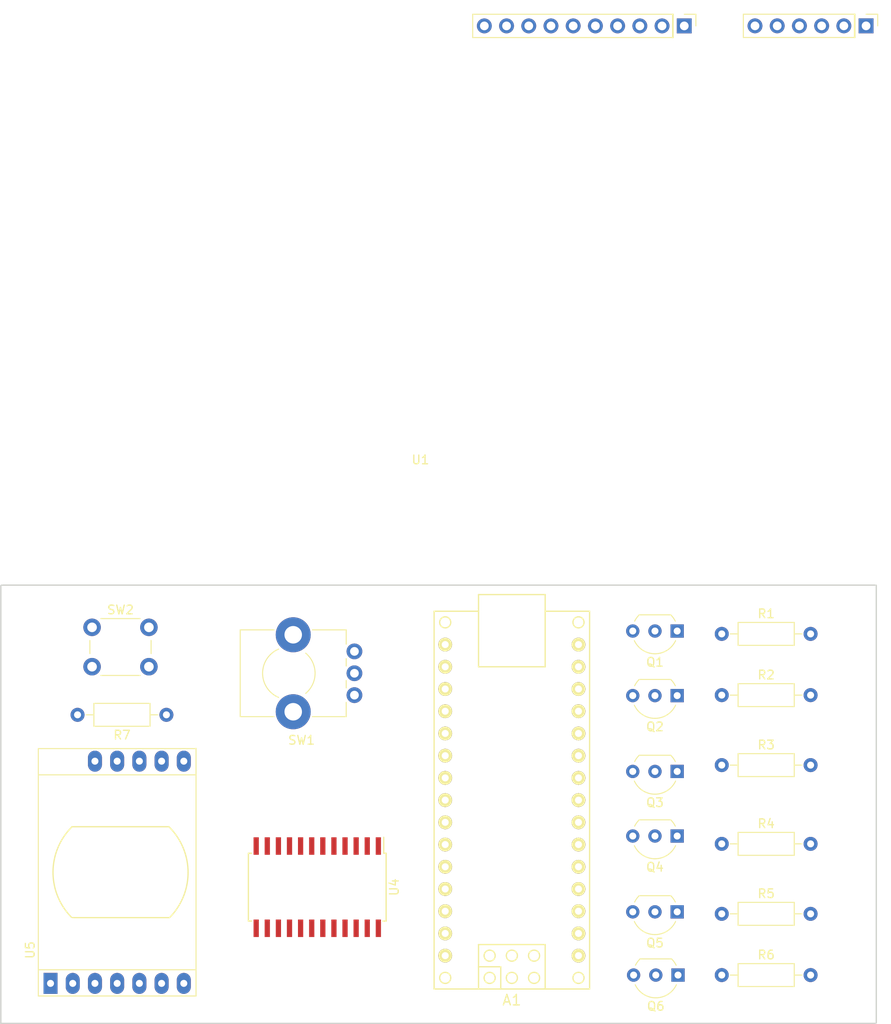
<source format=kicad_pcb>
(kicad_pcb (version 4) (host pcbnew 4.0.7)

  (general
    (links 56)
    (no_connects 56)
    (area 56.972999 -17.860001 159.053001 99.397001)
    (thickness 1.6)
    (drawings 4)
    (tracks 0)
    (zones 0)
    (modules 19)
    (nets 65)
  )

  (page A4)
  (layers
    (0 F.Cu signal)
    (31 B.Cu signal)
    (32 B.Adhes user)
    (33 F.Adhes user)
    (34 B.Paste user)
    (35 F.Paste user)
    (36 B.SilkS user)
    (37 F.SilkS user)
    (38 B.Mask user)
    (39 F.Mask user)
    (40 Dwgs.User user)
    (41 Cmts.User user)
    (42 Eco1.User user)
    (43 Eco2.User user)
    (44 Edge.Cuts user)
    (45 Margin user)
    (46 B.CrtYd user)
    (47 F.CrtYd user)
    (48 B.Fab user)
    (49 F.Fab user)
  )

  (setup
    (last_trace_width 0.25)
    (trace_clearance 0.2)
    (zone_clearance 0.508)
    (zone_45_only no)
    (trace_min 0.2)
    (segment_width 0.2)
    (edge_width 0.15)
    (via_size 0.6)
    (via_drill 0.4)
    (via_min_size 0.4)
    (via_min_drill 0.3)
    (uvia_size 0.3)
    (uvia_drill 0.1)
    (uvias_allowed no)
    (uvia_min_size 0.2)
    (uvia_min_drill 0.1)
    (pcb_text_width 0.3)
    (pcb_text_size 1.5 1.5)
    (mod_edge_width 0.15)
    (mod_text_size 1 1)
    (mod_text_width 0.15)
    (pad_size 1.524 1.524)
    (pad_drill 0.762)
    (pad_to_mask_clearance 0.2)
    (aux_axis_origin 0 0)
    (visible_elements 7FFFFFFF)
    (pcbplotparams
      (layerselection 0x00030_80000001)
      (usegerberextensions false)
      (excludeedgelayer true)
      (linewidth 0.100000)
      (plotframeref false)
      (viasonmask false)
      (mode 1)
      (useauxorigin false)
      (hpglpennumber 1)
      (hpglpenspeed 20)
      (hpglpendiameter 15)
      (hpglpenoverlay 2)
      (psnegative false)
      (psa4output false)
      (plotreference true)
      (plotvalue true)
      (plotinvisibletext false)
      (padsonsilk false)
      (subtractmaskfromsilk false)
      (outputformat 1)
      (mirror false)
      (drillshape 0)
      (scaleselection 1)
      (outputdirectory ""))
  )

  (net 0 "")
  (net 1 +5V)
  (net 2 "Net-(A1-Pad1)")
  (net 3 GND)
  (net 4 "Net-(A1-Pad2)")
  (net 5 "Net-(A1-Pad3)")
  (net 6 "Net-(A1-Pad27)")
  (net 7 "Net-(A1-Pad26)")
  (net 8 A0)
  (net 9 "Net-(A1-Pad25)")
  (net 10 A1)
  (net 11 SCL)
  (net 12 A2)
  (net 13 SDA)
  (net 14 A3)
  (net 15 "Net-(A1-Pad22)")
  (net 16 "Net-(A1-Pad9)")
  (net 17 "Net-(A1-Pad21)")
  (net 18 DGT0)
  (net 19 SW)
  (net 20 DGT1)
  (net 21 "Net-(A1-Pad19)")
  (net 22 DGT2)
  (net 23 "Net-(A1-Pad18)")
  (net 24 DGT3)
  (net 25 "Net-(A1-Pad17)")
  (net 26 DGT4)
  (net 27 "Net-(A1-Pad16)")
  (net 28 DGT5)
  (net 29 "Net-(Q1-Pad2)")
  (net 30 "Net-(Q1-Pad1)")
  (net 31 "Net-(Q2-Pad2)")
  (net 32 "Net-(Q2-Pad1)")
  (net 33 "Net-(Q3-Pad2)")
  (net 34 "Net-(Q3-Pad1)")
  (net 35 "Net-(Q4-Pad2)")
  (net 36 "Net-(Q4-Pad1)")
  (net 37 "Net-(Q5-Pad2)")
  (net 38 "Net-(Q5-Pad1)")
  (net 39 "Net-(Q6-Pad2)")
  (net 40 "Net-(Q6-Pad1)")
  (net 41 "Net-(U1-Pad7)")
  (net 42 "Net-(U1-Pad8)")
  (net 43 "Net-(U1-Pad9)")
  (net 44 "Net-(U1-Pad10)")
  (net 45 "Net-(U1-Pad11)")
  (net 46 "Net-(U1-Pad12)")
  (net 47 "Net-(U4-Pad11)")
  (net 48 "Net-(U4-Pad13)")
  (net 49 "Net-(U4-Pad14)")
  (net 50 "Net-(U4-Pad15)")
  (net 51 "Net-(U4-Pad16)")
  (net 52 "Net-(U4-Pad17)")
  (net 53 "Net-(U5-Pad1)")
  (net 54 "Net-(U5-Pad2)")
  (net 55 "Net-(U5-Pad3)")
  (net 56 "Net-(U5-Pad4)")
  (net 57 "Net-(U5-Pad5)")
  (net 58 "Net-(U5-Pad12)")
  (net 59 "Net-(U5-Pad6)")
  (net 60 "Net-(U5-Pad7)")
  (net 61 "Net-(U1-Pad16)")
  (net 62 "Net-(U1-Pad15)")
  (net 63 "Net-(U1-Pad14)")
  (net 64 "Net-(U1-Pad13)")

  (net_class Default "これは標準のネット クラスです。"
    (clearance 0.2)
    (trace_width 0.25)
    (via_dia 0.6)
    (via_drill 0.4)
    (uvia_dia 0.3)
    (uvia_drill 0.1)
    (add_net +5V)
    (add_net A0)
    (add_net A1)
    (add_net A2)
    (add_net A3)
    (add_net DGT0)
    (add_net DGT1)
    (add_net DGT2)
    (add_net DGT3)
    (add_net DGT4)
    (add_net DGT5)
    (add_net GND)
    (add_net "Net-(A1-Pad1)")
    (add_net "Net-(A1-Pad16)")
    (add_net "Net-(A1-Pad17)")
    (add_net "Net-(A1-Pad18)")
    (add_net "Net-(A1-Pad19)")
    (add_net "Net-(A1-Pad2)")
    (add_net "Net-(A1-Pad21)")
    (add_net "Net-(A1-Pad22)")
    (add_net "Net-(A1-Pad25)")
    (add_net "Net-(A1-Pad26)")
    (add_net "Net-(A1-Pad27)")
    (add_net "Net-(A1-Pad3)")
    (add_net "Net-(A1-Pad9)")
    (add_net "Net-(Q1-Pad1)")
    (add_net "Net-(Q1-Pad2)")
    (add_net "Net-(Q2-Pad1)")
    (add_net "Net-(Q2-Pad2)")
    (add_net "Net-(Q3-Pad1)")
    (add_net "Net-(Q3-Pad2)")
    (add_net "Net-(Q4-Pad1)")
    (add_net "Net-(Q4-Pad2)")
    (add_net "Net-(Q5-Pad1)")
    (add_net "Net-(Q5-Pad2)")
    (add_net "Net-(Q6-Pad1)")
    (add_net "Net-(Q6-Pad2)")
    (add_net "Net-(U1-Pad10)")
    (add_net "Net-(U1-Pad11)")
    (add_net "Net-(U1-Pad12)")
    (add_net "Net-(U1-Pad13)")
    (add_net "Net-(U1-Pad14)")
    (add_net "Net-(U1-Pad15)")
    (add_net "Net-(U1-Pad16)")
    (add_net "Net-(U1-Pad7)")
    (add_net "Net-(U1-Pad8)")
    (add_net "Net-(U1-Pad9)")
    (add_net "Net-(U4-Pad11)")
    (add_net "Net-(U4-Pad13)")
    (add_net "Net-(U4-Pad14)")
    (add_net "Net-(U4-Pad15)")
    (add_net "Net-(U4-Pad16)")
    (add_net "Net-(U4-Pad17)")
    (add_net "Net-(U5-Pad1)")
    (add_net "Net-(U5-Pad12)")
    (add_net "Net-(U5-Pad2)")
    (add_net "Net-(U5-Pad3)")
    (add_net "Net-(U5-Pad4)")
    (add_net "Net-(U5-Pad5)")
    (add_net "Net-(U5-Pad6)")
    (add_net "Net-(U5-Pad7)")
    (add_net SCL)
    (add_net SDA)
    (add_net SW)
  )

  (module LixieClock:arduino_nano (layer F.Cu) (tedit 5998B34A) (tstamp 5B4C8E7E)
    (at 164.25 129.3 90)
    (path /5B4B6603)
    (fp_text reference A1 (at -22.86 0 180) (layer F.SilkS)
      (effects (font (size 1.2 1.2) (thickness 0.15)))
    )
    (fp_text value Arduino_Nano (at 0 0 90) (layer F.Fab)
      (effects (font (size 1.2 1.2) (thickness 0.15)))
    )
    (fp_line (start 21.59 3.81) (end 21.59 8.89) (layer F.SilkS) (width 0.15))
    (fp_line (start 21.59 -8.89) (end 21.59 -3.81) (layer F.SilkS) (width 0.15))
    (fp_line (start 23.495 -3.81) (end 23.495 3.81) (layer F.SilkS) (width 0.15))
    (fp_line (start 23.495 3.81) (end 15.24 3.81) (layer F.SilkS) (width 0.15))
    (fp_line (start 15.24 3.81) (end 15.24 -3.81) (layer F.SilkS) (width 0.15))
    (fp_line (start 15.24 -3.81) (end 23.495 -3.81) (layer F.SilkS) (width 0.15))
    (fp_circle (center -20.32 0) (end -19.685 0) (layer F.SilkS) (width 0.15))
    (fp_circle (center -20.32 2.54) (end -19.685 2.54) (layer F.SilkS) (width 0.15))
    (fp_circle (center -17.78 2.54) (end -17.145 2.54) (layer F.SilkS) (width 0.15))
    (fp_circle (center -17.78 0) (end -17.145 0) (layer F.SilkS) (width 0.15))
    (fp_circle (center -17.78 -2.54) (end -17.145 -2.54) (layer F.SilkS) (width 0.15))
    (fp_circle (center -20.32 -2.54) (end -20.32 -1.905) (layer F.SilkS) (width 0.15))
    (fp_circle (center 20.32 7.62) (end 20.955 7.62) (layer F.SilkS) (width 0.15))
    (fp_circle (center 20.32 -7.62) (end 20.955 -7.62) (layer F.SilkS) (width 0.15))
    (fp_circle (center -20.32 7.62) (end -19.685 7.62) (layer F.SilkS) (width 0.15))
    (fp_circle (center -20.32 -7.62) (end -19.685 -7.62) (layer F.SilkS) (width 0.15))
    (fp_line (start -19.05 -3.81) (end -19.05 -1.27) (layer F.SilkS) (width 0.15))
    (fp_line (start -19.05 -1.27) (end -21.59 -1.27) (layer F.SilkS) (width 0.15))
    (fp_line (start -16.51 -3.81) (end -21.59 -3.81) (layer F.SilkS) (width 0.15))
    (fp_line (start -21.59 3.81) (end -16.51 3.81) (layer F.SilkS) (width 0.15))
    (fp_line (start -16.51 3.81) (end -16.51 -3.81) (layer F.SilkS) (width 0.15))
    (fp_line (start -21.59 -8.89) (end -21.59 8.89) (layer F.SilkS) (width 0.15))
    (fp_line (start -21.59 8.89) (end 21.59 8.89) (layer F.SilkS) (width 0.15))
    (fp_line (start 21.59 -8.89) (end -21.59 -8.89) (layer F.SilkS) (width 0.15))
    (pad 30 thru_hole circle (at -17.78 -7.62 90) (size 1.5748 1.5748) (drill 0.8) (layers *.Cu *.Mask F.SilkS)
      (net 1 +5V))
    (pad 1 thru_hole circle (at -17.78 7.62 90) (size 1.5748 1.5748) (drill 0.8) (layers *.Cu *.Mask F.SilkS)
      (net 2 "Net-(A1-Pad1)"))
    (pad 29 thru_hole circle (at -15.24 -7.62 90) (size 1.5748 1.5748) (drill 0.8) (layers *.Cu *.Mask F.SilkS)
      (net 3 GND))
    (pad 2 thru_hole circle (at -15.24 7.62 90) (size 1.5748 1.5748) (drill 0.8) (layers *.Cu *.Mask F.SilkS)
      (net 4 "Net-(A1-Pad2)"))
    (pad 28 thru_hole circle (at -12.7 -7.62 90) (size 1.5748 1.5748) (drill 0.8) (layers *.Cu *.Mask F.SilkS))
    (pad 3 thru_hole circle (at -12.7 7.62 90) (size 1.5748 1.5748) (drill 0.8) (layers *.Cu *.Mask F.SilkS)
      (net 5 "Net-(A1-Pad3)"))
    (pad 27 thru_hole circle (at -10.16 -7.62 90) (size 1.5748 1.5748) (drill 0.8) (layers *.Cu *.Mask F.SilkS)
      (net 6 "Net-(A1-Pad27)"))
    (pad 4 thru_hole circle (at -10.16 7.62 90) (size 1.5748 1.5748) (drill 0.8) (layers *.Cu *.Mask F.SilkS)
      (net 3 GND))
    (pad 26 thru_hole circle (at -7.62 -7.62 90) (size 1.5748 1.5748) (drill 0.8) (layers *.Cu *.Mask F.SilkS)
      (net 7 "Net-(A1-Pad26)"))
    (pad 5 thru_hole circle (at -7.62 7.62 90) (size 1.5748 1.5748) (drill 0.8) (layers *.Cu *.Mask F.SilkS)
      (net 8 A0))
    (pad 25 thru_hole circle (at -5.08 -7.62 90) (size 1.5748 1.5748) (drill 0.8) (layers *.Cu *.Mask F.SilkS)
      (net 9 "Net-(A1-Pad25)"))
    (pad 6 thru_hole circle (at -5.08 7.62 90) (size 1.5748 1.5748) (drill 0.8) (layers *.Cu *.Mask F.SilkS)
      (net 10 A1))
    (pad 24 thru_hole circle (at -2.54 -7.62 90) (size 1.5748 1.5748) (drill 0.8) (layers *.Cu *.Mask F.SilkS)
      (net 11 SCL))
    (pad 7 thru_hole circle (at -2.54 7.62 90) (size 1.5748 1.5748) (drill 0.8) (layers *.Cu *.Mask F.SilkS)
      (net 12 A2))
    (pad 23 thru_hole circle (at 0 -7.62 90) (size 1.5748 1.5748) (drill 0.8) (layers *.Cu *.Mask F.SilkS)
      (net 13 SDA))
    (pad 8 thru_hole circle (at 0 7.62 90) (size 1.5748 1.5748) (drill 0.8) (layers *.Cu *.Mask F.SilkS)
      (net 14 A3))
    (pad 22 thru_hole circle (at 2.54 -7.62 90) (size 1.5748 1.5748) (drill 0.8) (layers *.Cu *.Mask F.SilkS)
      (net 15 "Net-(A1-Pad22)"))
    (pad 9 thru_hole circle (at 2.54 7.62 90) (size 1.5748 1.5748) (drill 0.8) (layers *.Cu *.Mask F.SilkS)
      (net 16 "Net-(A1-Pad9)"))
    (pad 21 thru_hole circle (at 5.08 -7.62 90) (size 1.5748 1.5748) (drill 0.8) (layers *.Cu *.Mask F.SilkS)
      (net 17 "Net-(A1-Pad21)"))
    (pad 10 thru_hole circle (at 5.08 7.62 90) (size 1.5748 1.5748) (drill 0.8) (layers *.Cu *.Mask F.SilkS)
      (net 18 DGT0))
    (pad 20 thru_hole circle (at 7.62 -7.62 90) (size 1.5748 1.5748) (drill 0.8) (layers *.Cu *.Mask F.SilkS)
      (net 19 SW))
    (pad 11 thru_hole circle (at 7.62 7.62 90) (size 1.5748 1.5748) (drill 0.8) (layers *.Cu *.Mask F.SilkS)
      (net 20 DGT1))
    (pad 19 thru_hole circle (at 10.16 -7.62 90) (size 1.5748 1.5748) (drill 0.8) (layers *.Cu *.Mask F.SilkS)
      (net 21 "Net-(A1-Pad19)"))
    (pad 12 thru_hole circle (at 10.16 7.62 90) (size 1.5748 1.5748) (drill 0.8) (layers *.Cu *.Mask F.SilkS)
      (net 22 DGT2))
    (pad 18 thru_hole circle (at 12.7 -7.62 90) (size 1.5748 1.5748) (drill 0.8) (layers *.Cu *.Mask F.SilkS)
      (net 23 "Net-(A1-Pad18)"))
    (pad 13 thru_hole circle (at 12.7 7.62 90) (size 1.5748 1.5748) (drill 0.8) (layers *.Cu *.Mask F.SilkS)
      (net 24 DGT3))
    (pad 17 thru_hole circle (at 15.24 -7.62 90) (size 1.5748 1.5748) (drill 0.8) (layers *.Cu *.Mask F.SilkS)
      (net 25 "Net-(A1-Pad17)"))
    (pad 14 thru_hole circle (at 15.24 7.62 90) (size 1.5748 1.5748) (drill 0.8) (layers *.Cu *.Mask F.SilkS)
      (net 26 DGT4))
    (pad 16 thru_hole circle (at 17.78 -7.62 90) (size 1.5748 1.5748) (drill 0.8) (layers *.Cu *.Mask F.SilkS)
      (net 27 "Net-(A1-Pad16)"))
    (pad 15 thru_hole circle (at 17.78 7.62 90) (size 1.5748 1.5748) (drill 0.8) (layers *.Cu *.Mask F.SilkS)
      (net 28 DGT5))
  )

  (module TO_SOT_Packages_THT:TO-92_Inline_Wide (layer F.Cu) (tedit 58CE52AF) (tstamp 5B4C8E85)
    (at 183.154 109.972 180)
    (descr "TO-92 leads in-line, wide, drill 0.8mm (see NXP sot054_po.pdf)")
    (tags "to-92 sc-43 sc-43a sot54 PA33 transistor")
    (path /5B4C1BCF)
    (fp_text reference Q1 (at 2.54 -3.56 360) (layer F.SilkS)
      (effects (font (size 1 1) (thickness 0.15)))
    )
    (fp_text value Q_PNP_ECB (at 2.54 2.79 180) (layer F.Fab)
      (effects (font (size 1 1) (thickness 0.15)))
    )
    (fp_text user %R (at 2.54 -3.56 360) (layer F.Fab)
      (effects (font (size 1 1) (thickness 0.15)))
    )
    (fp_line (start 0.74 1.85) (end 4.34 1.85) (layer F.SilkS) (width 0.12))
    (fp_line (start 0.8 1.75) (end 4.3 1.75) (layer F.Fab) (width 0.1))
    (fp_line (start -1.01 -2.73) (end 6.09 -2.73) (layer F.CrtYd) (width 0.05))
    (fp_line (start -1.01 -2.73) (end -1.01 2.01) (layer F.CrtYd) (width 0.05))
    (fp_line (start 6.09 2.01) (end 6.09 -2.73) (layer F.CrtYd) (width 0.05))
    (fp_line (start 6.09 2.01) (end -1.01 2.01) (layer F.CrtYd) (width 0.05))
    (fp_arc (start 2.54 0) (end 0.74 1.85) (angle 20) (layer F.SilkS) (width 0.12))
    (fp_arc (start 2.54 0) (end 2.54 -2.6) (angle -65) (layer F.SilkS) (width 0.12))
    (fp_arc (start 2.54 0) (end 2.54 -2.6) (angle 65) (layer F.SilkS) (width 0.12))
    (fp_arc (start 2.54 0) (end 2.54 -2.48) (angle 135) (layer F.Fab) (width 0.1))
    (fp_arc (start 2.54 0) (end 2.54 -2.48) (angle -135) (layer F.Fab) (width 0.1))
    (fp_arc (start 2.54 0) (end 4.34 1.85) (angle -20) (layer F.SilkS) (width 0.12))
    (pad 2 thru_hole circle (at 2.54 0 270) (size 1.52 1.52) (drill 0.8) (layers *.Cu *.Mask)
      (net 29 "Net-(Q1-Pad2)"))
    (pad 3 thru_hole circle (at 5.08 0 270) (size 1.52 1.52) (drill 0.8) (layers *.Cu *.Mask)
      (net 28 DGT5))
    (pad 1 thru_hole rect (at 0 0 270) (size 1.52 1.52) (drill 0.8) (layers *.Cu *.Mask)
      (net 30 "Net-(Q1-Pad1)"))
    (model ${KISYS3DMOD}/TO_SOT_Packages_THT.3dshapes/TO-92_Inline_Wide.wrl
      (at (xyz 0.1 0 0))
      (scale (xyz 1 1 1))
      (rotate (xyz 0 0 -90))
    )
  )

  (module TO_SOT_Packages_THT:TO-92_Inline_Wide (layer F.Cu) (tedit 58CE52AF) (tstamp 5B4C8E8C)
    (at 183.154 117.354 180)
    (descr "TO-92 leads in-line, wide, drill 0.8mm (see NXP sot054_po.pdf)")
    (tags "to-92 sc-43 sc-43a sot54 PA33 transistor")
    (path /5B4C1F11)
    (fp_text reference Q2 (at 2.54 -3.56 360) (layer F.SilkS)
      (effects (font (size 1 1) (thickness 0.15)))
    )
    (fp_text value Q_PNP_ECB (at 2.54 2.79 180) (layer F.Fab)
      (effects (font (size 1 1) (thickness 0.15)))
    )
    (fp_text user %R (at 2.54 -3.56 360) (layer F.Fab)
      (effects (font (size 1 1) (thickness 0.15)))
    )
    (fp_line (start 0.74 1.85) (end 4.34 1.85) (layer F.SilkS) (width 0.12))
    (fp_line (start 0.8 1.75) (end 4.3 1.75) (layer F.Fab) (width 0.1))
    (fp_line (start -1.01 -2.73) (end 6.09 -2.73) (layer F.CrtYd) (width 0.05))
    (fp_line (start -1.01 -2.73) (end -1.01 2.01) (layer F.CrtYd) (width 0.05))
    (fp_line (start 6.09 2.01) (end 6.09 -2.73) (layer F.CrtYd) (width 0.05))
    (fp_line (start 6.09 2.01) (end -1.01 2.01) (layer F.CrtYd) (width 0.05))
    (fp_arc (start 2.54 0) (end 0.74 1.85) (angle 20) (layer F.SilkS) (width 0.12))
    (fp_arc (start 2.54 0) (end 2.54 -2.6) (angle -65) (layer F.SilkS) (width 0.12))
    (fp_arc (start 2.54 0) (end 2.54 -2.6) (angle 65) (layer F.SilkS) (width 0.12))
    (fp_arc (start 2.54 0) (end 2.54 -2.48) (angle 135) (layer F.Fab) (width 0.1))
    (fp_arc (start 2.54 0) (end 2.54 -2.48) (angle -135) (layer F.Fab) (width 0.1))
    (fp_arc (start 2.54 0) (end 4.34 1.85) (angle -20) (layer F.SilkS) (width 0.12))
    (pad 2 thru_hole circle (at 2.54 0 270) (size 1.52 1.52) (drill 0.8) (layers *.Cu *.Mask)
      (net 31 "Net-(Q2-Pad2)"))
    (pad 3 thru_hole circle (at 5.08 0 270) (size 1.52 1.52) (drill 0.8) (layers *.Cu *.Mask)
      (net 26 DGT4))
    (pad 1 thru_hole rect (at 0 0 270) (size 1.52 1.52) (drill 0.8) (layers *.Cu *.Mask)
      (net 32 "Net-(Q2-Pad1)"))
    (model ${KISYS3DMOD}/TO_SOT_Packages_THT.3dshapes/TO-92_Inline_Wide.wrl
      (at (xyz 0.1 0 0))
      (scale (xyz 1 1 1))
      (rotate (xyz 0 0 -90))
    )
  )

  (module TO_SOT_Packages_THT:TO-92_Inline_Wide (layer F.Cu) (tedit 58CE52AF) (tstamp 5B4C8E93)
    (at 183.154 126.022 180)
    (descr "TO-92 leads in-line, wide, drill 0.8mm (see NXP sot054_po.pdf)")
    (tags "to-92 sc-43 sc-43a sot54 PA33 transistor")
    (path /5B4C1CB7)
    (fp_text reference Q3 (at 2.54 -3.56 360) (layer F.SilkS)
      (effects (font (size 1 1) (thickness 0.15)))
    )
    (fp_text value Q_PNP_ECB (at 2.54 2.79 180) (layer F.Fab)
      (effects (font (size 1 1) (thickness 0.15)))
    )
    (fp_text user %R (at 2.54 -3.56 360) (layer F.Fab)
      (effects (font (size 1 1) (thickness 0.15)))
    )
    (fp_line (start 0.74 1.85) (end 4.34 1.85) (layer F.SilkS) (width 0.12))
    (fp_line (start 0.8 1.75) (end 4.3 1.75) (layer F.Fab) (width 0.1))
    (fp_line (start -1.01 -2.73) (end 6.09 -2.73) (layer F.CrtYd) (width 0.05))
    (fp_line (start -1.01 -2.73) (end -1.01 2.01) (layer F.CrtYd) (width 0.05))
    (fp_line (start 6.09 2.01) (end 6.09 -2.73) (layer F.CrtYd) (width 0.05))
    (fp_line (start 6.09 2.01) (end -1.01 2.01) (layer F.CrtYd) (width 0.05))
    (fp_arc (start 2.54 0) (end 0.74 1.85) (angle 20) (layer F.SilkS) (width 0.12))
    (fp_arc (start 2.54 0) (end 2.54 -2.6) (angle -65) (layer F.SilkS) (width 0.12))
    (fp_arc (start 2.54 0) (end 2.54 -2.6) (angle 65) (layer F.SilkS) (width 0.12))
    (fp_arc (start 2.54 0) (end 2.54 -2.48) (angle 135) (layer F.Fab) (width 0.1))
    (fp_arc (start 2.54 0) (end 2.54 -2.48) (angle -135) (layer F.Fab) (width 0.1))
    (fp_arc (start 2.54 0) (end 4.34 1.85) (angle -20) (layer F.SilkS) (width 0.12))
    (pad 2 thru_hole circle (at 2.54 0 270) (size 1.52 1.52) (drill 0.8) (layers *.Cu *.Mask)
      (net 33 "Net-(Q3-Pad2)"))
    (pad 3 thru_hole circle (at 5.08 0 270) (size 1.52 1.52) (drill 0.8) (layers *.Cu *.Mask)
      (net 24 DGT3))
    (pad 1 thru_hole rect (at 0 0 270) (size 1.52 1.52) (drill 0.8) (layers *.Cu *.Mask)
      (net 34 "Net-(Q3-Pad1)"))
    (model ${KISYS3DMOD}/TO_SOT_Packages_THT.3dshapes/TO-92_Inline_Wide.wrl
      (at (xyz 0.1 0 0))
      (scale (xyz 1 1 1))
      (rotate (xyz 0 0 -90))
    )
  )

  (module TO_SOT_Packages_THT:TO-92_Inline_Wide (layer F.Cu) (tedit 58CE52AF) (tstamp 5B4C8E9A)
    (at 183.154 133.404 180)
    (descr "TO-92 leads in-line, wide, drill 0.8mm (see NXP sot054_po.pdf)")
    (tags "to-92 sc-43 sc-43a sot54 PA33 transistor")
    (path /5B4C1E41)
    (fp_text reference Q4 (at 2.54 -3.56 360) (layer F.SilkS)
      (effects (font (size 1 1) (thickness 0.15)))
    )
    (fp_text value Q_PNP_ECB (at 2.54 2.79 180) (layer F.Fab)
      (effects (font (size 1 1) (thickness 0.15)))
    )
    (fp_text user %R (at 2.54 -3.56 360) (layer F.Fab)
      (effects (font (size 1 1) (thickness 0.15)))
    )
    (fp_line (start 0.74 1.85) (end 4.34 1.85) (layer F.SilkS) (width 0.12))
    (fp_line (start 0.8 1.75) (end 4.3 1.75) (layer F.Fab) (width 0.1))
    (fp_line (start -1.01 -2.73) (end 6.09 -2.73) (layer F.CrtYd) (width 0.05))
    (fp_line (start -1.01 -2.73) (end -1.01 2.01) (layer F.CrtYd) (width 0.05))
    (fp_line (start 6.09 2.01) (end 6.09 -2.73) (layer F.CrtYd) (width 0.05))
    (fp_line (start 6.09 2.01) (end -1.01 2.01) (layer F.CrtYd) (width 0.05))
    (fp_arc (start 2.54 0) (end 0.74 1.85) (angle 20) (layer F.SilkS) (width 0.12))
    (fp_arc (start 2.54 0) (end 2.54 -2.6) (angle -65) (layer F.SilkS) (width 0.12))
    (fp_arc (start 2.54 0) (end 2.54 -2.6) (angle 65) (layer F.SilkS) (width 0.12))
    (fp_arc (start 2.54 0) (end 2.54 -2.48) (angle 135) (layer F.Fab) (width 0.1))
    (fp_arc (start 2.54 0) (end 2.54 -2.48) (angle -135) (layer F.Fab) (width 0.1))
    (fp_arc (start 2.54 0) (end 4.34 1.85) (angle -20) (layer F.SilkS) (width 0.12))
    (pad 2 thru_hole circle (at 2.54 0 270) (size 1.52 1.52) (drill 0.8) (layers *.Cu *.Mask)
      (net 35 "Net-(Q4-Pad2)"))
    (pad 3 thru_hole circle (at 5.08 0 270) (size 1.52 1.52) (drill 0.8) (layers *.Cu *.Mask)
      (net 22 DGT2))
    (pad 1 thru_hole rect (at 0 0 270) (size 1.52 1.52) (drill 0.8) (layers *.Cu *.Mask)
      (net 36 "Net-(Q4-Pad1)"))
    (model ${KISYS3DMOD}/TO_SOT_Packages_THT.3dshapes/TO-92_Inline_Wide.wrl
      (at (xyz 0.1 0 0))
      (scale (xyz 1 1 1))
      (rotate (xyz 0 0 -90))
    )
  )

  (module TO_SOT_Packages_THT:TO-92_Inline_Wide (layer F.Cu) (tedit 58CE52AF) (tstamp 5B4C8EA1)
    (at 183.154 142.072 180)
    (descr "TO-92 leads in-line, wide, drill 0.8mm (see NXP sot054_po.pdf)")
    (tags "to-92 sc-43 sc-43a sot54 PA33 transistor")
    (path /5B4C1DF0)
    (fp_text reference Q5 (at 2.54 -3.56 360) (layer F.SilkS)
      (effects (font (size 1 1) (thickness 0.15)))
    )
    (fp_text value Q_PNP_ECB (at 2.54 2.79 180) (layer F.Fab)
      (effects (font (size 1 1) (thickness 0.15)))
    )
    (fp_text user %R (at 2.54 -3.56 360) (layer F.Fab)
      (effects (font (size 1 1) (thickness 0.15)))
    )
    (fp_line (start 0.74 1.85) (end 4.34 1.85) (layer F.SilkS) (width 0.12))
    (fp_line (start 0.8 1.75) (end 4.3 1.75) (layer F.Fab) (width 0.1))
    (fp_line (start -1.01 -2.73) (end 6.09 -2.73) (layer F.CrtYd) (width 0.05))
    (fp_line (start -1.01 -2.73) (end -1.01 2.01) (layer F.CrtYd) (width 0.05))
    (fp_line (start 6.09 2.01) (end 6.09 -2.73) (layer F.CrtYd) (width 0.05))
    (fp_line (start 6.09 2.01) (end -1.01 2.01) (layer F.CrtYd) (width 0.05))
    (fp_arc (start 2.54 0) (end 0.74 1.85) (angle 20) (layer F.SilkS) (width 0.12))
    (fp_arc (start 2.54 0) (end 2.54 -2.6) (angle -65) (layer F.SilkS) (width 0.12))
    (fp_arc (start 2.54 0) (end 2.54 -2.6) (angle 65) (layer F.SilkS) (width 0.12))
    (fp_arc (start 2.54 0) (end 2.54 -2.48) (angle 135) (layer F.Fab) (width 0.1))
    (fp_arc (start 2.54 0) (end 2.54 -2.48) (angle -135) (layer F.Fab) (width 0.1))
    (fp_arc (start 2.54 0) (end 4.34 1.85) (angle -20) (layer F.SilkS) (width 0.12))
    (pad 2 thru_hole circle (at 2.54 0 270) (size 1.52 1.52) (drill 0.8) (layers *.Cu *.Mask)
      (net 37 "Net-(Q5-Pad2)"))
    (pad 3 thru_hole circle (at 5.08 0 270) (size 1.52 1.52) (drill 0.8) (layers *.Cu *.Mask)
      (net 20 DGT1))
    (pad 1 thru_hole rect (at 0 0 270) (size 1.52 1.52) (drill 0.8) (layers *.Cu *.Mask)
      (net 38 "Net-(Q5-Pad1)"))
    (model ${KISYS3DMOD}/TO_SOT_Packages_THT.3dshapes/TO-92_Inline_Wide.wrl
      (at (xyz 0.1 0 0))
      (scale (xyz 1 1 1))
      (rotate (xyz 0 0 -90))
    )
  )

  (module TO_SOT_Packages_THT:TO-92_Inline_Wide (layer F.Cu) (tedit 58CE52AF) (tstamp 5B4C8EA8)
    (at 183.25 149.3 180)
    (descr "TO-92 leads in-line, wide, drill 0.8mm (see NXP sot054_po.pdf)")
    (tags "to-92 sc-43 sc-43a sot54 PA33 transistor")
    (path /5B4C1DB1)
    (fp_text reference Q6 (at 2.54 -3.56 360) (layer F.SilkS)
      (effects (font (size 1 1) (thickness 0.15)))
    )
    (fp_text value Q_PNP_ECB (at 2.54 2.79 180) (layer F.Fab)
      (effects (font (size 1 1) (thickness 0.15)))
    )
    (fp_text user %R (at 2.54 -3.56 360) (layer F.Fab)
      (effects (font (size 1 1) (thickness 0.15)))
    )
    (fp_line (start 0.74 1.85) (end 4.34 1.85) (layer F.SilkS) (width 0.12))
    (fp_line (start 0.8 1.75) (end 4.3 1.75) (layer F.Fab) (width 0.1))
    (fp_line (start -1.01 -2.73) (end 6.09 -2.73) (layer F.CrtYd) (width 0.05))
    (fp_line (start -1.01 -2.73) (end -1.01 2.01) (layer F.CrtYd) (width 0.05))
    (fp_line (start 6.09 2.01) (end 6.09 -2.73) (layer F.CrtYd) (width 0.05))
    (fp_line (start 6.09 2.01) (end -1.01 2.01) (layer F.CrtYd) (width 0.05))
    (fp_arc (start 2.54 0) (end 0.74 1.85) (angle 20) (layer F.SilkS) (width 0.12))
    (fp_arc (start 2.54 0) (end 2.54 -2.6) (angle -65) (layer F.SilkS) (width 0.12))
    (fp_arc (start 2.54 0) (end 2.54 -2.6) (angle 65) (layer F.SilkS) (width 0.12))
    (fp_arc (start 2.54 0) (end 2.54 -2.48) (angle 135) (layer F.Fab) (width 0.1))
    (fp_arc (start 2.54 0) (end 2.54 -2.48) (angle -135) (layer F.Fab) (width 0.1))
    (fp_arc (start 2.54 0) (end 4.34 1.85) (angle -20) (layer F.SilkS) (width 0.12))
    (pad 2 thru_hole circle (at 2.54 0 270) (size 1.52 1.52) (drill 0.8) (layers *.Cu *.Mask)
      (net 39 "Net-(Q6-Pad2)"))
    (pad 3 thru_hole circle (at 5.08 0 270) (size 1.52 1.52) (drill 0.8) (layers *.Cu *.Mask)
      (net 18 DGT0))
    (pad 1 thru_hole rect (at 0 0 270) (size 1.52 1.52) (drill 0.8) (layers *.Cu *.Mask)
      (net 40 "Net-(Q6-Pad1)"))
    (model ${KISYS3DMOD}/TO_SOT_Packages_THT.3dshapes/TO-92_Inline_Wide.wrl
      (at (xyz 0.1 0 0))
      (scale (xyz 1 1 1))
      (rotate (xyz 0 0 -90))
    )
  )

  (module Potentiometers:Potentiometer_Alps_RK09K_Horizontal (layer F.Cu) (tedit 58826B09) (tstamp 5B4C8EDB)
    (at 146.25 112.3 180)
    (descr "Potentiometer, horizontally mounted, Omeg PC16PU, Omeg PC16PU, Omeg PC16PU, Vishay/Spectrol 248GJ/249GJ Single, Vishay/Spectrol 248GJ/249GJ Single, Vishay/Spectrol 248GJ/249GJ Single, Vishay/Spectrol 248GH/249GH Single, Vishay/Spectrol 148/149 Single, Vishay/Spectrol 148/149 Single, Vishay/Spectrol 148/149 Single, Vishay/Spectrol 148A/149A Single with mounting plates, Vishay/Spectrol 148/149 Double, Vishay/Spectrol 148A/149A Double with mounting plates, Piher PC-16 Single, Piher PC-16 Single, Piher PC-16 Single, Piher PC-16SV Single, Piher PC-16 Double, Piher PC-16 Triple, Piher T16H Single, Piher T16L Single, Piher T16H Double, Alps RK163 Single, Alps RK163 Double, Alps RK097 Single, Alps RK097 Double, Bourns PTV09A-2 Single with mounting sleve Single, Bourns PTV09A-1 with mounting sleve Single, Bourns PRS11S Single, Alps RK09K Single with mounting sleve Single, Alps RK09K with mounting sleve Single, http://www.alps.com/prod/info/E/HTML/Potentiometer/RotaryPotentiometers/RK09K/RK09D1130C1B.html")
    (tags "Potentiometer horizontal  Omeg PC16PU  Omeg PC16PU  Omeg PC16PU  Vishay/Spectrol 248GJ/249GJ Single  Vishay/Spectrol 248GJ/249GJ Single  Vishay/Spectrol 248GJ/249GJ Single  Vishay/Spectrol 248GH/249GH Single  Vishay/Spectrol 148/149 Single  Vishay/Spectrol 148/149 Single  Vishay/Spectrol 148/149 Single  Vishay/Spectrol 148A/149A Single with mounting plates  Vishay/Spectrol 148/149 Double  Vishay/Spectrol 148A/149A Double with mounting plates  Piher PC-16 Single  Piher PC-16 Single  Piher PC-16 Single  Piher PC-16SV Single  Piher PC-16 Double  Piher PC-16 Triple  Piher T16H Single  Piher T16L Single  Piher T16H Double  Alps RK163 Single  Alps RK163 Double  Alps RK097 Single  Alps RK097 Double  Bourns PTV09A-2 Single with mounting sleve Single  Bourns PTV09A-1 with mounting sleve Single  Bourns PRS11S Single  Alps RK09K Single with mounting sleve Single  Alps RK09K with mounting sleve Single")
    (path /5B4CC589)
    (fp_text reference SW1 (at 6.05 -10.15 180) (layer F.SilkS)
      (effects (font (size 1 1) (thickness 0.15)))
    )
    (fp_text value Rotary_Encoder (at 6.05 5.15 180) (layer F.Fab)
      (effects (font (size 1 1) (thickness 0.15)))
    )
    (fp_arc (start 7.5 -2.5) (end 8.673 0.262) (angle -134) (layer F.SilkS) (width 0.12))
    (fp_arc (start 7.5 -2.5) (end 5.572 -4.798) (angle -100) (layer F.SilkS) (width 0.12))
    (fp_circle (center 7.5 -2.5) (end 10.75 -2.5) (layer F.Fab) (width 0.1))
    (fp_circle (center 7.5 -2.5) (end 10.5 -2.5) (layer F.Fab) (width 0.1))
    (fp_line (start 1 -7.4) (end 1 2.4) (layer F.Fab) (width 0.1))
    (fp_line (start 1 2.4) (end 13 2.4) (layer F.Fab) (width 0.1))
    (fp_line (start 13 2.4) (end 13 -7.4) (layer F.Fab) (width 0.1))
    (fp_line (start 13 -7.4) (end 1 -7.4) (layer F.Fab) (width 0.1))
    (fp_line (start 0.94 -7.461) (end 4.806 -7.461) (layer F.SilkS) (width 0.12))
    (fp_line (start 9.195 -7.461) (end 13.06 -7.461) (layer F.SilkS) (width 0.12))
    (fp_line (start 0.94 2.46) (end 4.806 2.46) (layer F.SilkS) (width 0.12))
    (fp_line (start 9.195 2.46) (end 13.06 2.46) (layer F.SilkS) (width 0.12))
    (fp_line (start 0.94 -7.461) (end 0.94 -5.825) (layer F.SilkS) (width 0.12))
    (fp_line (start 0.94 -4.175) (end 0.94 -3.325) (layer F.SilkS) (width 0.12))
    (fp_line (start 0.94 -1.675) (end 0.94 -0.825) (layer F.SilkS) (width 0.12))
    (fp_line (start 0.94 0.825) (end 0.94 2.46) (layer F.SilkS) (width 0.12))
    (fp_line (start 13.06 -7.461) (end 13.06 2.46) (layer F.SilkS) (width 0.12))
    (fp_line (start -1.15 -9.15) (end -1.15 4.15) (layer F.CrtYd) (width 0.05))
    (fp_line (start -1.15 4.15) (end 13.25 4.15) (layer F.CrtYd) (width 0.05))
    (fp_line (start 13.25 4.15) (end 13.25 -9.15) (layer F.CrtYd) (width 0.05))
    (fp_line (start 13.25 -9.15) (end -1.15 -9.15) (layer F.CrtYd) (width 0.05))
    (pad 3 thru_hole circle (at 0 -5 180) (size 1.8 1.8) (drill 1) (layers *.Cu *.Mask)
      (net 15 "Net-(A1-Pad22)"))
    (pad 2 thru_hole circle (at 0 -2.5 180) (size 1.8 1.8) (drill 1) (layers *.Cu *.Mask)
      (net 3 GND))
    (pad 1 thru_hole circle (at 0 0 180) (size 1.8 1.8) (drill 1) (layers *.Cu *.Mask)
      (net 17 "Net-(A1-Pad21)"))
    (pad 0 np_thru_hole circle (at 7 -6.9 180) (size 4 4) (drill 2) (layers *.Cu *.Mask))
    (pad 0 np_thru_hole circle (at 7 1.9 180) (size 4 4) (drill 2) (layers *.Cu *.Mask))
    (model Potentiometers.3dshapes/Potentiometer_Alps_RK09K_Horizontal.wrl
      (at (xyz 0 0 0))
      (scale (xyz 0.393701 0.393701 0.393701))
      (rotate (xyz 0 0 0))
    )
  )

  (module Buttons_Switches_THT:SW_PUSH_6mm_h7.3mm (layer F.Cu) (tedit 5923F252) (tstamp 5B4C8EE3)
    (at 116.25 109.55)
    (descr "tactile push button, 6x6mm e.g. PHAP33xx series, height=7.3mm")
    (tags "tact sw push 6mm")
    (path /5B4D022A)
    (fp_text reference SW2 (at 3.25 -2) (layer F.SilkS)
      (effects (font (size 1 1) (thickness 0.15)))
    )
    (fp_text value SW_Push (at 3.75 6.7) (layer F.Fab)
      (effects (font (size 1 1) (thickness 0.15)))
    )
    (fp_text user %R (at 3.25 2.25) (layer F.Fab)
      (effects (font (size 1 1) (thickness 0.15)))
    )
    (fp_line (start 3.25 -0.75) (end 6.25 -0.75) (layer F.Fab) (width 0.1))
    (fp_line (start 6.25 -0.75) (end 6.25 5.25) (layer F.Fab) (width 0.1))
    (fp_line (start 6.25 5.25) (end 0.25 5.25) (layer F.Fab) (width 0.1))
    (fp_line (start 0.25 5.25) (end 0.25 -0.75) (layer F.Fab) (width 0.1))
    (fp_line (start 0.25 -0.75) (end 3.25 -0.75) (layer F.Fab) (width 0.1))
    (fp_line (start 7.75 6) (end 8 6) (layer F.CrtYd) (width 0.05))
    (fp_line (start 8 6) (end 8 5.75) (layer F.CrtYd) (width 0.05))
    (fp_line (start 7.75 -1.5) (end 8 -1.5) (layer F.CrtYd) (width 0.05))
    (fp_line (start 8 -1.5) (end 8 -1.25) (layer F.CrtYd) (width 0.05))
    (fp_line (start -1.5 -1.25) (end -1.5 -1.5) (layer F.CrtYd) (width 0.05))
    (fp_line (start -1.5 -1.5) (end -1.25 -1.5) (layer F.CrtYd) (width 0.05))
    (fp_line (start -1.5 5.75) (end -1.5 6) (layer F.CrtYd) (width 0.05))
    (fp_line (start -1.5 6) (end -1.25 6) (layer F.CrtYd) (width 0.05))
    (fp_line (start -1.25 -1.5) (end 7.75 -1.5) (layer F.CrtYd) (width 0.05))
    (fp_line (start -1.5 5.75) (end -1.5 -1.25) (layer F.CrtYd) (width 0.05))
    (fp_line (start 7.75 6) (end -1.25 6) (layer F.CrtYd) (width 0.05))
    (fp_line (start 8 -1.25) (end 8 5.75) (layer F.CrtYd) (width 0.05))
    (fp_line (start 1 5.5) (end 5.5 5.5) (layer F.SilkS) (width 0.12))
    (fp_line (start -0.25 1.5) (end -0.25 3) (layer F.SilkS) (width 0.12))
    (fp_line (start 5.5 -1) (end 1 -1) (layer F.SilkS) (width 0.12))
    (fp_line (start 6.75 3) (end 6.75 1.5) (layer F.SilkS) (width 0.12))
    (fp_circle (center 3.25 2.25) (end 1.25 2.5) (layer F.Fab) (width 0.1))
    (pad 2 thru_hole circle (at 0 4.5 90) (size 2 2) (drill 1.1) (layers *.Cu *.Mask)
      (net 19 SW))
    (pad 1 thru_hole circle (at 0 0 90) (size 2 2) (drill 1.1) (layers *.Cu *.Mask)
      (net 3 GND))
    (pad 2 thru_hole circle (at 6.5 4.5 90) (size 2 2) (drill 1.1) (layers *.Cu *.Mask)
      (net 19 SW))
    (pad 1 thru_hole circle (at 6.5 0 90) (size 2 2) (drill 1.1) (layers *.Cu *.Mask)
      (net 3 GND))
    (model ${KISYS3DMOD}/Buttons_Switches_THT.3dshapes/SW_PUSH_6mm_h7.3mm.wrl
      (at (xyz 0.005 0 0))
      (scale (xyz 0.3937 0.3937 0.3937))
      (rotate (xyz 0 0 0))
    )
  )

  (module Housings_SOIC:SOIC-24W_7.5x15.4mm_Pitch1.27mm (layer F.Cu) (tedit 58CC8F64) (tstamp 5B4C8FA7)
    (at 142 139.25 270)
    (descr "24-Lead Plastic Small Outline (SO) - Wide, 7.50 mm Body [SOIC] (see Microchip Packaging Specification 00000049BS.pdf)")
    (tags "SOIC 1.27")
    (path /5B4C1905)
    (attr smd)
    (fp_text reference U4 (at 0 -8.8 270) (layer F.SilkS)
      (effects (font (size 1 1) (thickness 0.15)))
    )
    (fp_text value 74HC154 (at 0 8.8 270) (layer F.Fab)
      (effects (font (size 1 1) (thickness 0.15)))
    )
    (fp_text user %R (at 0 0 270) (layer F.Fab)
      (effects (font (size 1 1) (thickness 0.15)))
    )
    (fp_line (start -2.75 -7.7) (end 3.75 -7.7) (layer F.Fab) (width 0.15))
    (fp_line (start 3.75 -7.7) (end 3.75 7.7) (layer F.Fab) (width 0.15))
    (fp_line (start 3.75 7.7) (end -3.75 7.7) (layer F.Fab) (width 0.15))
    (fp_line (start -3.75 7.7) (end -3.75 -6.7) (layer F.Fab) (width 0.15))
    (fp_line (start -3.75 -6.7) (end -2.75 -7.7) (layer F.Fab) (width 0.15))
    (fp_line (start -5.95 -8.05) (end -5.95 8.05) (layer F.CrtYd) (width 0.05))
    (fp_line (start 5.95 -8.05) (end 5.95 8.05) (layer F.CrtYd) (width 0.05))
    (fp_line (start -5.95 -8.05) (end 5.95 -8.05) (layer F.CrtYd) (width 0.05))
    (fp_line (start -5.95 8.05) (end 5.95 8.05) (layer F.CrtYd) (width 0.05))
    (fp_line (start -3.875 -7.875) (end -3.875 -7.6) (layer F.SilkS) (width 0.15))
    (fp_line (start 3.875 -7.875) (end 3.875 -7.51) (layer F.SilkS) (width 0.15))
    (fp_line (start 3.875 7.875) (end 3.875 7.51) (layer F.SilkS) (width 0.15))
    (fp_line (start -3.875 7.875) (end -3.875 7.51) (layer F.SilkS) (width 0.15))
    (fp_line (start -3.875 -7.875) (end 3.875 -7.875) (layer F.SilkS) (width 0.15))
    (fp_line (start -3.875 7.875) (end 3.875 7.875) (layer F.SilkS) (width 0.15))
    (fp_line (start -3.875 -7.6) (end -5.7 -7.6) (layer F.SilkS) (width 0.15))
    (pad 1 smd rect (at -4.7 -6.985 270) (size 2 0.6) (layers F.Cu F.Paste F.Mask)
      (net 41 "Net-(U1-Pad7)"))
    (pad 2 smd rect (at -4.7 -5.715 270) (size 2 0.6) (layers F.Cu F.Paste F.Mask)
      (net 42 "Net-(U1-Pad8)"))
    (pad 3 smd rect (at -4.7 -4.445 270) (size 2 0.6) (layers F.Cu F.Paste F.Mask)
      (net 43 "Net-(U1-Pad9)"))
    (pad 4 smd rect (at -4.7 -3.175 270) (size 2 0.6) (layers F.Cu F.Paste F.Mask)
      (net 44 "Net-(U1-Pad10)"))
    (pad 5 smd rect (at -4.7 -1.905 270) (size 2 0.6) (layers F.Cu F.Paste F.Mask)
      (net 45 "Net-(U1-Pad11)"))
    (pad 6 smd rect (at -4.7 -0.635 270) (size 2 0.6) (layers F.Cu F.Paste F.Mask)
      (net 46 "Net-(U1-Pad12)"))
    (pad 7 smd rect (at -4.7 0.635 270) (size 2 0.6) (layers F.Cu F.Paste F.Mask)
      (net 64 "Net-(U1-Pad13)"))
    (pad 8 smd rect (at -4.7 1.905 270) (size 2 0.6) (layers F.Cu F.Paste F.Mask)
      (net 63 "Net-(U1-Pad14)"))
    (pad 9 smd rect (at -4.7 3.175 270) (size 2 0.6) (layers F.Cu F.Paste F.Mask)
      (net 62 "Net-(U1-Pad15)"))
    (pad 10 smd rect (at -4.7 4.445 270) (size 2 0.6) (layers F.Cu F.Paste F.Mask)
      (net 61 "Net-(U1-Pad16)"))
    (pad 11 smd rect (at -4.7 5.715 270) (size 2 0.6) (layers F.Cu F.Paste F.Mask)
      (net 47 "Net-(U4-Pad11)"))
    (pad 12 smd rect (at -4.7 6.985 270) (size 2 0.6) (layers F.Cu F.Paste F.Mask)
      (net 3 GND))
    (pad 13 smd rect (at 4.7 6.985 270) (size 2 0.6) (layers F.Cu F.Paste F.Mask)
      (net 48 "Net-(U4-Pad13)"))
    (pad 14 smd rect (at 4.7 5.715 270) (size 2 0.6) (layers F.Cu F.Paste F.Mask)
      (net 49 "Net-(U4-Pad14)"))
    (pad 15 smd rect (at 4.7 4.445 270) (size 2 0.6) (layers F.Cu F.Paste F.Mask)
      (net 50 "Net-(U4-Pad15)"))
    (pad 16 smd rect (at 4.7 3.175 270) (size 2 0.6) (layers F.Cu F.Paste F.Mask)
      (net 51 "Net-(U4-Pad16)"))
    (pad 17 smd rect (at 4.7 1.905 270) (size 2 0.6) (layers F.Cu F.Paste F.Mask)
      (net 52 "Net-(U4-Pad17)"))
    (pad 18 smd rect (at 4.7 0.635 270) (size 2 0.6) (layers F.Cu F.Paste F.Mask)
      (net 3 GND))
    (pad 19 smd rect (at 4.7 -0.635 270) (size 2 0.6) (layers F.Cu F.Paste F.Mask)
      (net 3 GND))
    (pad 20 smd rect (at 4.7 -1.905 270) (size 2 0.6) (layers F.Cu F.Paste F.Mask)
      (net 14 A3))
    (pad 21 smd rect (at 4.7 -3.175 270) (size 2 0.6) (layers F.Cu F.Paste F.Mask)
      (net 12 A2))
    (pad 22 smd rect (at 4.7 -4.445 270) (size 2 0.6) (layers F.Cu F.Paste F.Mask)
      (net 10 A1))
    (pad 23 smd rect (at 4.7 -5.715 270) (size 2 0.6) (layers F.Cu F.Paste F.Mask)
      (net 8 A0))
    (pad 24 smd rect (at 4.7 -6.985 270) (size 2 0.6) (layers F.Cu F.Paste F.Mask)
      (net 1 +5V))
    (model ${KISYS3DMOD}/Housings_SOIC.3dshapes/SOIC-24W_7.5x15.4mm_Pitch1.27mm.wrl
      (at (xyz 0 0 0))
      (scale (xyz 1 1 1))
      (rotate (xyz 0 0 0))
    )
  )

  (module LixieClock:DS1307_Socket_LongPads (layer F.Cu) (tedit 5B4C5571) (tstamp 5B4C8FC8)
    (at 111.5 150.25 90)
    (descr DS1307_Socket_LongPads)
    (tags "THT DIP DIL PDIP 2.54mm DS1307 Socket LongPads")
    (path /5B4B710E)
    (fp_text reference U5 (at 3.81 -2.33 90) (layer F.SilkS)
      (effects (font (size 1 1) (thickness 0.15)))
    )
    (fp_text value DS1307 (at 3.81 17.57 90) (layer F.Fab)
      (effects (font (size 1 1) (thickness 0.15)))
    )
    (fp_arc (start 12.7 7.5946) (end 7.5438 2.413) (angle 90) (layer F.SilkS) (width 0.15))
    (fp_line (start 17.907 2.4384) (end 17.907 13.4874) (layer F.SilkS) (width 0.15))
    (fp_line (start 7.5184 2.54) (end 7.5184 13.589) (layer F.SilkS) (width 0.15))
    (fp_arc (start 12.6746 8.382) (end 17.907 13.5382) (angle 90) (layer F.SilkS) (width 0.15))
    (fp_line (start 26.93 16.8658) (end -1.533 16.8658) (layer F.CrtYd) (width 0.05))
    (fp_line (start -1.4478 16.637) (end 26.8732 16.637) (layer F.SilkS) (width 0.12))
    (fp_line (start -1.4478 -1.397) (end 26.8478 -1.397) (layer F.SilkS) (width 0.12))
    (fp_line (start -1.27 -1.33) (end -1.27 16.57) (layer F.Fab) (width 0.1))
    (fp_line (start 26.67 16.57) (end 26.67 -1.33) (layer F.Fab) (width 0.1))
    (fp_line (start 1.56 -1.33) (end 1.56 16.57) (layer F.SilkS) (width 0.12))
    (fp_line (start 23.84 16.57) (end 23.84 -1.33) (layer F.SilkS) (width 0.12))
    (fp_line (start -1.44 -1.39) (end -1.44 16.63) (layer F.SilkS) (width 0.12))
    (fp_line (start 26.84 16.63) (end 26.84 -1.39) (layer F.SilkS) (width 0.12))
    (fp_line (start -1.55 -1.6) (end -1.55 16.85) (layer F.CrtYd) (width 0.05))
    (fp_line (start 26.93 16.85) (end 26.93 -1.6) (layer F.CrtYd) (width 0.05))
    (fp_line (start 26.93 -1.6) (end -1.533 -1.6) (layer F.CrtYd) (width 0.05))
    (fp_text user %R (at 3.81 7.62 90) (layer F.Fab)
      (effects (font (size 1 1) (thickness 0.15)))
    )
    (pad 1 thru_hole rect (at 0 0 90) (size 2.4 1.6) (drill 0.8) (layers *.Cu *.Mask)
      (net 53 "Net-(U5-Pad1)"))
    (pad 8 thru_hole oval (at 25.4 15.24 90) (size 2.4 1.6) (drill 0.8) (layers *.Cu *.Mask)
      (net 3 GND))
    (pad 2 thru_hole oval (at 0 2.54 90) (size 2.4 1.6) (drill 0.8) (layers *.Cu *.Mask)
      (net 54 "Net-(U5-Pad2)"))
    (pad 9 thru_hole oval (at 25.4 12.7 90) (size 2.4 1.6) (drill 0.8) (layers *.Cu *.Mask)
      (net 1 +5V))
    (pad 3 thru_hole oval (at 0 5.08 90) (size 2.4 1.6) (drill 0.8) (layers *.Cu *.Mask)
      (net 55 "Net-(U5-Pad3)"))
    (pad 10 thru_hole oval (at 25.4 10.16 90) (size 2.4 1.6) (drill 0.8) (layers *.Cu *.Mask)
      (net 13 SDA))
    (pad 4 thru_hole oval (at 0 7.62 90) (size 2.4 1.6) (drill 0.8) (layers *.Cu *.Mask)
      (net 56 "Net-(U5-Pad4)"))
    (pad 11 thru_hole oval (at 25.4 7.62 90) (size 2.4 1.6) (drill 0.8) (layers *.Cu *.Mask)
      (net 11 SCL))
    (pad 5 thru_hole oval (at 0 10.16 90) (size 2.4 1.6) (drill 0.8) (layers *.Cu *.Mask)
      (net 57 "Net-(U5-Pad5)"))
    (pad 12 thru_hole oval (at 25.4 5.08 90) (size 2.4 1.6) (drill 0.8) (layers *.Cu *.Mask)
      (net 58 "Net-(U5-Pad12)"))
    (pad 6 thru_hole oval (at 0 12.7 90) (size 2.4 1.6) (drill 0.8) (layers *.Cu *.Mask)
      (net 59 "Net-(U5-Pad6)"))
    (pad 7 thru_hole oval (at 0 15.24 90) (size 2.4 1.6) (drill 0.8) (layers *.Cu *.Mask)
      (net 60 "Net-(U5-Pad7)"))
  )

  (module Resistors_THT:R_Axial_DIN0207_L6.3mm_D2.5mm_P10.16mm_Horizontal (layer F.Cu) (tedit 5874F706) (tstamp 5B4DB1C5)
    (at 188.25 110.3)
    (descr "Resistor, Axial_DIN0207 series, Axial, Horizontal, pin pitch=10.16mm, 0.25W = 1/4W, length*diameter=6.3*2.5mm^2, http://cdn-reichelt.de/documents/datenblatt/B400/1_4W%23YAG.pdf")
    (tags "Resistor Axial_DIN0207 series Axial Horizontal pin pitch 10.16mm 0.25W = 1/4W length 6.3mm diameter 2.5mm")
    (path /5B4C1C11)
    (fp_text reference R1 (at 5.08 -2.31) (layer F.SilkS)
      (effects (font (size 1 1) (thickness 0.15)))
    )
    (fp_text value R (at 5.08 2.31) (layer F.Fab)
      (effects (font (size 1 1) (thickness 0.15)))
    )
    (fp_line (start 1.93 -1.25) (end 1.93 1.25) (layer F.Fab) (width 0.1))
    (fp_line (start 1.93 1.25) (end 8.23 1.25) (layer F.Fab) (width 0.1))
    (fp_line (start 8.23 1.25) (end 8.23 -1.25) (layer F.Fab) (width 0.1))
    (fp_line (start 8.23 -1.25) (end 1.93 -1.25) (layer F.Fab) (width 0.1))
    (fp_line (start 0 0) (end 1.93 0) (layer F.Fab) (width 0.1))
    (fp_line (start 10.16 0) (end 8.23 0) (layer F.Fab) (width 0.1))
    (fp_line (start 1.87 -1.31) (end 1.87 1.31) (layer F.SilkS) (width 0.12))
    (fp_line (start 1.87 1.31) (end 8.29 1.31) (layer F.SilkS) (width 0.12))
    (fp_line (start 8.29 1.31) (end 8.29 -1.31) (layer F.SilkS) (width 0.12))
    (fp_line (start 8.29 -1.31) (end 1.87 -1.31) (layer F.SilkS) (width 0.12))
    (fp_line (start 0.98 0) (end 1.87 0) (layer F.SilkS) (width 0.12))
    (fp_line (start 9.18 0) (end 8.29 0) (layer F.SilkS) (width 0.12))
    (fp_line (start -1.05 -1.6) (end -1.05 1.6) (layer F.CrtYd) (width 0.05))
    (fp_line (start -1.05 1.6) (end 11.25 1.6) (layer F.CrtYd) (width 0.05))
    (fp_line (start 11.25 1.6) (end 11.25 -1.6) (layer F.CrtYd) (width 0.05))
    (fp_line (start 11.25 -1.6) (end -1.05 -1.6) (layer F.CrtYd) (width 0.05))
    (pad 1 thru_hole circle (at 0 0) (size 1.6 1.6) (drill 0.8) (layers *.Cu *.Mask)
      (net 1 +5V))
    (pad 2 thru_hole oval (at 10.16 0) (size 1.6 1.6) (drill 0.8) (layers *.Cu *.Mask)
      (net 29 "Net-(Q1-Pad2)"))
    (model ${KISYS3DMOD}/Resistors_THT.3dshapes/R_Axial_DIN0207_L6.3mm_D2.5mm_P10.16mm_Horizontal.wrl
      (at (xyz 0 0 0))
      (scale (xyz 0.393701 0.393701 0.393701))
      (rotate (xyz 0 0 0))
    )
  )

  (module Resistors_THT:R_Axial_DIN0207_L6.3mm_D2.5mm_P10.16mm_Horizontal (layer F.Cu) (tedit 5874F706) (tstamp 5B4DB1CB)
    (at 188.25 117.3)
    (descr "Resistor, Axial_DIN0207 series, Axial, Horizontal, pin pitch=10.16mm, 0.25W = 1/4W, length*diameter=6.3*2.5mm^2, http://cdn-reichelt.de/documents/datenblatt/B400/1_4W%23YAG.pdf")
    (tags "Resistor Axial_DIN0207 series Axial Horizontal pin pitch 10.16mm 0.25W = 1/4W length 6.3mm diameter 2.5mm")
    (path /5B4C1B82)
    (fp_text reference R2 (at 5.08 -2.31) (layer F.SilkS)
      (effects (font (size 1 1) (thickness 0.15)))
    )
    (fp_text value R (at 5.08 2.31) (layer F.Fab)
      (effects (font (size 1 1) (thickness 0.15)))
    )
    (fp_line (start 1.93 -1.25) (end 1.93 1.25) (layer F.Fab) (width 0.1))
    (fp_line (start 1.93 1.25) (end 8.23 1.25) (layer F.Fab) (width 0.1))
    (fp_line (start 8.23 1.25) (end 8.23 -1.25) (layer F.Fab) (width 0.1))
    (fp_line (start 8.23 -1.25) (end 1.93 -1.25) (layer F.Fab) (width 0.1))
    (fp_line (start 0 0) (end 1.93 0) (layer F.Fab) (width 0.1))
    (fp_line (start 10.16 0) (end 8.23 0) (layer F.Fab) (width 0.1))
    (fp_line (start 1.87 -1.31) (end 1.87 1.31) (layer F.SilkS) (width 0.12))
    (fp_line (start 1.87 1.31) (end 8.29 1.31) (layer F.SilkS) (width 0.12))
    (fp_line (start 8.29 1.31) (end 8.29 -1.31) (layer F.SilkS) (width 0.12))
    (fp_line (start 8.29 -1.31) (end 1.87 -1.31) (layer F.SilkS) (width 0.12))
    (fp_line (start 0.98 0) (end 1.87 0) (layer F.SilkS) (width 0.12))
    (fp_line (start 9.18 0) (end 8.29 0) (layer F.SilkS) (width 0.12))
    (fp_line (start -1.05 -1.6) (end -1.05 1.6) (layer F.CrtYd) (width 0.05))
    (fp_line (start -1.05 1.6) (end 11.25 1.6) (layer F.CrtYd) (width 0.05))
    (fp_line (start 11.25 1.6) (end 11.25 -1.6) (layer F.CrtYd) (width 0.05))
    (fp_line (start 11.25 -1.6) (end -1.05 -1.6) (layer F.CrtYd) (width 0.05))
    (pad 1 thru_hole circle (at 0 0) (size 1.6 1.6) (drill 0.8) (layers *.Cu *.Mask)
      (net 1 +5V))
    (pad 2 thru_hole oval (at 10.16 0) (size 1.6 1.6) (drill 0.8) (layers *.Cu *.Mask)
      (net 31 "Net-(Q2-Pad2)"))
    (model ${KISYS3DMOD}/Resistors_THT.3dshapes/R_Axial_DIN0207_L6.3mm_D2.5mm_P10.16mm_Horizontal.wrl
      (at (xyz 0 0 0))
      (scale (xyz 0.393701 0.393701 0.393701))
      (rotate (xyz 0 0 0))
    )
  )

  (module Resistors_THT:R_Axial_DIN0207_L6.3mm_D2.5mm_P10.16mm_Horizontal (layer F.Cu) (tedit 5874F706) (tstamp 5B4DB1D1)
    (at 188.25 125.3)
    (descr "Resistor, Axial_DIN0207 series, Axial, Horizontal, pin pitch=10.16mm, 0.25W = 1/4W, length*diameter=6.3*2.5mm^2, http://cdn-reichelt.de/documents/datenblatt/B400/1_4W%23YAG.pdf")
    (tags "Resistor Axial_DIN0207 series Axial Horizontal pin pitch 10.16mm 0.25W = 1/4W length 6.3mm diameter 2.5mm")
    (path /5B4C1BC2)
    (fp_text reference R3 (at 5.08 -2.31) (layer F.SilkS)
      (effects (font (size 1 1) (thickness 0.15)))
    )
    (fp_text value R (at 5.08 2.31) (layer F.Fab)
      (effects (font (size 1 1) (thickness 0.15)))
    )
    (fp_line (start 1.93 -1.25) (end 1.93 1.25) (layer F.Fab) (width 0.1))
    (fp_line (start 1.93 1.25) (end 8.23 1.25) (layer F.Fab) (width 0.1))
    (fp_line (start 8.23 1.25) (end 8.23 -1.25) (layer F.Fab) (width 0.1))
    (fp_line (start 8.23 -1.25) (end 1.93 -1.25) (layer F.Fab) (width 0.1))
    (fp_line (start 0 0) (end 1.93 0) (layer F.Fab) (width 0.1))
    (fp_line (start 10.16 0) (end 8.23 0) (layer F.Fab) (width 0.1))
    (fp_line (start 1.87 -1.31) (end 1.87 1.31) (layer F.SilkS) (width 0.12))
    (fp_line (start 1.87 1.31) (end 8.29 1.31) (layer F.SilkS) (width 0.12))
    (fp_line (start 8.29 1.31) (end 8.29 -1.31) (layer F.SilkS) (width 0.12))
    (fp_line (start 8.29 -1.31) (end 1.87 -1.31) (layer F.SilkS) (width 0.12))
    (fp_line (start 0.98 0) (end 1.87 0) (layer F.SilkS) (width 0.12))
    (fp_line (start 9.18 0) (end 8.29 0) (layer F.SilkS) (width 0.12))
    (fp_line (start -1.05 -1.6) (end -1.05 1.6) (layer F.CrtYd) (width 0.05))
    (fp_line (start -1.05 1.6) (end 11.25 1.6) (layer F.CrtYd) (width 0.05))
    (fp_line (start 11.25 1.6) (end 11.25 -1.6) (layer F.CrtYd) (width 0.05))
    (fp_line (start 11.25 -1.6) (end -1.05 -1.6) (layer F.CrtYd) (width 0.05))
    (pad 1 thru_hole circle (at 0 0) (size 1.6 1.6) (drill 0.8) (layers *.Cu *.Mask)
      (net 1 +5V))
    (pad 2 thru_hole oval (at 10.16 0) (size 1.6 1.6) (drill 0.8) (layers *.Cu *.Mask)
      (net 33 "Net-(Q3-Pad2)"))
    (model ${KISYS3DMOD}/Resistors_THT.3dshapes/R_Axial_DIN0207_L6.3mm_D2.5mm_P10.16mm_Horizontal.wrl
      (at (xyz 0 0 0))
      (scale (xyz 0.393701 0.393701 0.393701))
      (rotate (xyz 0 0 0))
    )
  )

  (module Resistors_THT:R_Axial_DIN0207_L6.3mm_D2.5mm_P10.16mm_Horizontal (layer F.Cu) (tedit 5874F706) (tstamp 5B4DB1D7)
    (at 188.25 134.3)
    (descr "Resistor, Axial_DIN0207 series, Axial, Horizontal, pin pitch=10.16mm, 0.25W = 1/4W, length*diameter=6.3*2.5mm^2, http://cdn-reichelt.de/documents/datenblatt/B400/1_4W%23YAG.pdf")
    (tags "Resistor Axial_DIN0207 series Axial Horizontal pin pitch 10.16mm 0.25W = 1/4W length 6.3mm diameter 2.5mm")
    (path /5B4C1B42)
    (fp_text reference R4 (at 5.08 -2.31) (layer F.SilkS)
      (effects (font (size 1 1) (thickness 0.15)))
    )
    (fp_text value R (at 5.08 2.31) (layer F.Fab)
      (effects (font (size 1 1) (thickness 0.15)))
    )
    (fp_line (start 1.93 -1.25) (end 1.93 1.25) (layer F.Fab) (width 0.1))
    (fp_line (start 1.93 1.25) (end 8.23 1.25) (layer F.Fab) (width 0.1))
    (fp_line (start 8.23 1.25) (end 8.23 -1.25) (layer F.Fab) (width 0.1))
    (fp_line (start 8.23 -1.25) (end 1.93 -1.25) (layer F.Fab) (width 0.1))
    (fp_line (start 0 0) (end 1.93 0) (layer F.Fab) (width 0.1))
    (fp_line (start 10.16 0) (end 8.23 0) (layer F.Fab) (width 0.1))
    (fp_line (start 1.87 -1.31) (end 1.87 1.31) (layer F.SilkS) (width 0.12))
    (fp_line (start 1.87 1.31) (end 8.29 1.31) (layer F.SilkS) (width 0.12))
    (fp_line (start 8.29 1.31) (end 8.29 -1.31) (layer F.SilkS) (width 0.12))
    (fp_line (start 8.29 -1.31) (end 1.87 -1.31) (layer F.SilkS) (width 0.12))
    (fp_line (start 0.98 0) (end 1.87 0) (layer F.SilkS) (width 0.12))
    (fp_line (start 9.18 0) (end 8.29 0) (layer F.SilkS) (width 0.12))
    (fp_line (start -1.05 -1.6) (end -1.05 1.6) (layer F.CrtYd) (width 0.05))
    (fp_line (start -1.05 1.6) (end 11.25 1.6) (layer F.CrtYd) (width 0.05))
    (fp_line (start 11.25 1.6) (end 11.25 -1.6) (layer F.CrtYd) (width 0.05))
    (fp_line (start 11.25 -1.6) (end -1.05 -1.6) (layer F.CrtYd) (width 0.05))
    (pad 1 thru_hole circle (at 0 0) (size 1.6 1.6) (drill 0.8) (layers *.Cu *.Mask)
      (net 1 +5V))
    (pad 2 thru_hole oval (at 10.16 0) (size 1.6 1.6) (drill 0.8) (layers *.Cu *.Mask)
      (net 35 "Net-(Q4-Pad2)"))
    (model ${KISYS3DMOD}/Resistors_THT.3dshapes/R_Axial_DIN0207_L6.3mm_D2.5mm_P10.16mm_Horizontal.wrl
      (at (xyz 0 0 0))
      (scale (xyz 0.393701 0.393701 0.393701))
      (rotate (xyz 0 0 0))
    )
  )

  (module Resistors_THT:R_Axial_DIN0207_L6.3mm_D2.5mm_P10.16mm_Horizontal (layer F.Cu) (tedit 5874F706) (tstamp 5B4DB1DD)
    (at 188.25 142.3)
    (descr "Resistor, Axial_DIN0207 series, Axial, Horizontal, pin pitch=10.16mm, 0.25W = 1/4W, length*diameter=6.3*2.5mm^2, http://cdn-reichelt.de/documents/datenblatt/B400/1_4W%23YAG.pdf")
    (tags "Resistor Axial_DIN0207 series Axial Horizontal pin pitch 10.16mm 0.25W = 1/4W length 6.3mm diameter 2.5mm")
    (path /5B4C1B05)
    (fp_text reference R5 (at 5.08 -2.31) (layer F.SilkS)
      (effects (font (size 1 1) (thickness 0.15)))
    )
    (fp_text value R (at 5.08 2.31) (layer F.Fab)
      (effects (font (size 1 1) (thickness 0.15)))
    )
    (fp_line (start 1.93 -1.25) (end 1.93 1.25) (layer F.Fab) (width 0.1))
    (fp_line (start 1.93 1.25) (end 8.23 1.25) (layer F.Fab) (width 0.1))
    (fp_line (start 8.23 1.25) (end 8.23 -1.25) (layer F.Fab) (width 0.1))
    (fp_line (start 8.23 -1.25) (end 1.93 -1.25) (layer F.Fab) (width 0.1))
    (fp_line (start 0 0) (end 1.93 0) (layer F.Fab) (width 0.1))
    (fp_line (start 10.16 0) (end 8.23 0) (layer F.Fab) (width 0.1))
    (fp_line (start 1.87 -1.31) (end 1.87 1.31) (layer F.SilkS) (width 0.12))
    (fp_line (start 1.87 1.31) (end 8.29 1.31) (layer F.SilkS) (width 0.12))
    (fp_line (start 8.29 1.31) (end 8.29 -1.31) (layer F.SilkS) (width 0.12))
    (fp_line (start 8.29 -1.31) (end 1.87 -1.31) (layer F.SilkS) (width 0.12))
    (fp_line (start 0.98 0) (end 1.87 0) (layer F.SilkS) (width 0.12))
    (fp_line (start 9.18 0) (end 8.29 0) (layer F.SilkS) (width 0.12))
    (fp_line (start -1.05 -1.6) (end -1.05 1.6) (layer F.CrtYd) (width 0.05))
    (fp_line (start -1.05 1.6) (end 11.25 1.6) (layer F.CrtYd) (width 0.05))
    (fp_line (start 11.25 1.6) (end 11.25 -1.6) (layer F.CrtYd) (width 0.05))
    (fp_line (start 11.25 -1.6) (end -1.05 -1.6) (layer F.CrtYd) (width 0.05))
    (pad 1 thru_hole circle (at 0 0) (size 1.6 1.6) (drill 0.8) (layers *.Cu *.Mask)
      (net 1 +5V))
    (pad 2 thru_hole oval (at 10.16 0) (size 1.6 1.6) (drill 0.8) (layers *.Cu *.Mask)
      (net 37 "Net-(Q5-Pad2)"))
    (model ${KISYS3DMOD}/Resistors_THT.3dshapes/R_Axial_DIN0207_L6.3mm_D2.5mm_P10.16mm_Horizontal.wrl
      (at (xyz 0 0 0))
      (scale (xyz 0.393701 0.393701 0.393701))
      (rotate (xyz 0 0 0))
    )
  )

  (module Resistors_THT:R_Axial_DIN0207_L6.3mm_D2.5mm_P10.16mm_Horizontal (layer F.Cu) (tedit 5874F706) (tstamp 5B4DB1E3)
    (at 188.25 149.3)
    (descr "Resistor, Axial_DIN0207 series, Axial, Horizontal, pin pitch=10.16mm, 0.25W = 1/4W, length*diameter=6.3*2.5mm^2, http://cdn-reichelt.de/documents/datenblatt/B400/1_4W%23YAG.pdf")
    (tags "Resistor Axial_DIN0207 series Axial Horizontal pin pitch 10.16mm 0.25W = 1/4W length 6.3mm diameter 2.5mm")
    (path /5B4C1AC2)
    (fp_text reference R6 (at 5.08 -2.31) (layer F.SilkS)
      (effects (font (size 1 1) (thickness 0.15)))
    )
    (fp_text value R (at 5.08 2.31) (layer F.Fab)
      (effects (font (size 1 1) (thickness 0.15)))
    )
    (fp_line (start 1.93 -1.25) (end 1.93 1.25) (layer F.Fab) (width 0.1))
    (fp_line (start 1.93 1.25) (end 8.23 1.25) (layer F.Fab) (width 0.1))
    (fp_line (start 8.23 1.25) (end 8.23 -1.25) (layer F.Fab) (width 0.1))
    (fp_line (start 8.23 -1.25) (end 1.93 -1.25) (layer F.Fab) (width 0.1))
    (fp_line (start 0 0) (end 1.93 0) (layer F.Fab) (width 0.1))
    (fp_line (start 10.16 0) (end 8.23 0) (layer F.Fab) (width 0.1))
    (fp_line (start 1.87 -1.31) (end 1.87 1.31) (layer F.SilkS) (width 0.12))
    (fp_line (start 1.87 1.31) (end 8.29 1.31) (layer F.SilkS) (width 0.12))
    (fp_line (start 8.29 1.31) (end 8.29 -1.31) (layer F.SilkS) (width 0.12))
    (fp_line (start 8.29 -1.31) (end 1.87 -1.31) (layer F.SilkS) (width 0.12))
    (fp_line (start 0.98 0) (end 1.87 0) (layer F.SilkS) (width 0.12))
    (fp_line (start 9.18 0) (end 8.29 0) (layer F.SilkS) (width 0.12))
    (fp_line (start -1.05 -1.6) (end -1.05 1.6) (layer F.CrtYd) (width 0.05))
    (fp_line (start -1.05 1.6) (end 11.25 1.6) (layer F.CrtYd) (width 0.05))
    (fp_line (start 11.25 1.6) (end 11.25 -1.6) (layer F.CrtYd) (width 0.05))
    (fp_line (start 11.25 -1.6) (end -1.05 -1.6) (layer F.CrtYd) (width 0.05))
    (pad 1 thru_hole circle (at 0 0) (size 1.6 1.6) (drill 0.8) (layers *.Cu *.Mask)
      (net 1 +5V))
    (pad 2 thru_hole oval (at 10.16 0) (size 1.6 1.6) (drill 0.8) (layers *.Cu *.Mask)
      (net 39 "Net-(Q6-Pad2)"))
    (model ${KISYS3DMOD}/Resistors_THT.3dshapes/R_Axial_DIN0207_L6.3mm_D2.5mm_P10.16mm_Horizontal.wrl
      (at (xyz 0 0 0))
      (scale (xyz 0.393701 0.393701 0.393701))
      (rotate (xyz 0 0 0))
    )
  )

  (module Resistors_THT:R_Axial_DIN0207_L6.3mm_D2.5mm_P10.16mm_Horizontal (layer F.Cu) (tedit 5874F706) (tstamp 5B4DB1E9)
    (at 124.75 119.55 180)
    (descr "Resistor, Axial_DIN0207 series, Axial, Horizontal, pin pitch=10.16mm, 0.25W = 1/4W, length*diameter=6.3*2.5mm^2, http://cdn-reichelt.de/documents/datenblatt/B400/1_4W%23YAG.pdf")
    (tags "Resistor Axial_DIN0207 series Axial Horizontal pin pitch 10.16mm 0.25W = 1/4W length 6.3mm diameter 2.5mm")
    (path /5B4D0199)
    (fp_text reference R7 (at 5.08 -2.31 180) (layer F.SilkS)
      (effects (font (size 1 1) (thickness 0.15)))
    )
    (fp_text value R (at 5.08 2.31 180) (layer F.Fab)
      (effects (font (size 1 1) (thickness 0.15)))
    )
    (fp_line (start 1.93 -1.25) (end 1.93 1.25) (layer F.Fab) (width 0.1))
    (fp_line (start 1.93 1.25) (end 8.23 1.25) (layer F.Fab) (width 0.1))
    (fp_line (start 8.23 1.25) (end 8.23 -1.25) (layer F.Fab) (width 0.1))
    (fp_line (start 8.23 -1.25) (end 1.93 -1.25) (layer F.Fab) (width 0.1))
    (fp_line (start 0 0) (end 1.93 0) (layer F.Fab) (width 0.1))
    (fp_line (start 10.16 0) (end 8.23 0) (layer F.Fab) (width 0.1))
    (fp_line (start 1.87 -1.31) (end 1.87 1.31) (layer F.SilkS) (width 0.12))
    (fp_line (start 1.87 1.31) (end 8.29 1.31) (layer F.SilkS) (width 0.12))
    (fp_line (start 8.29 1.31) (end 8.29 -1.31) (layer F.SilkS) (width 0.12))
    (fp_line (start 8.29 -1.31) (end 1.87 -1.31) (layer F.SilkS) (width 0.12))
    (fp_line (start 0.98 0) (end 1.87 0) (layer F.SilkS) (width 0.12))
    (fp_line (start 9.18 0) (end 8.29 0) (layer F.SilkS) (width 0.12))
    (fp_line (start -1.05 -1.6) (end -1.05 1.6) (layer F.CrtYd) (width 0.05))
    (fp_line (start -1.05 1.6) (end 11.25 1.6) (layer F.CrtYd) (width 0.05))
    (fp_line (start 11.25 1.6) (end 11.25 -1.6) (layer F.CrtYd) (width 0.05))
    (fp_line (start 11.25 -1.6) (end -1.05 -1.6) (layer F.CrtYd) (width 0.05))
    (pad 1 thru_hole circle (at 0 0 180) (size 1.6 1.6) (drill 0.8) (layers *.Cu *.Mask)
      (net 1 +5V))
    (pad 2 thru_hole oval (at 10.16 0 180) (size 1.6 1.6) (drill 0.8) (layers *.Cu *.Mask)
      (net 19 SW))
    (model ${KISYS3DMOD}/Resistors_THT.3dshapes/R_Axial_DIN0207_L6.3mm_D2.5mm_P10.16mm_Horizontal.wrl
      (at (xyz 0 0 0))
      (scale (xyz 0.393701 0.393701 0.393701))
      (rotate (xyz 0 0 0))
    )
  )

  (module LixieClock:6DigitLixie (layer F.Cu) (tedit 5B4EB9F7) (tstamp 5B4EC1CB)
    (at 107.55 87.9)
    (descr "Through hole straight socket strip, 1x10, 2.54mm pitch, single row")
    (tags "Through hole socket strip THT 1x10 2.54mm single row")
    (path /5B4DEE51)
    (fp_text reference U1 (at 46.25 2.5) (layer F.SilkS)
      (effects (font (size 1 1) (thickness 0.15)))
    )
    (fp_text value 6DigitLixie (at 46 5.5) (layer F.Fab)
      (effects (font (size 1 1) (thickness 0.15)))
    )
    (fp_line (start 78.2125 -45.2991) (end 78.2125 -48.8991) (layer F.CrtYd) (width 0.05))
    (fp_line (start 51.7625 -45.2991) (end 78.2125 -45.2991) (layer F.CrtYd) (width 0.05))
    (fp_line (start 51.7625 -48.8991) (end 51.7625 -45.2991) (layer F.CrtYd) (width 0.05))
    (fp_line (start 78.2125 -48.8991) (end 51.7625 -48.8991) (layer F.CrtYd) (width 0.05))
    (fp_line (start 77.7425 -48.4291) (end 77.7425 -47.0991) (layer F.SilkS) (width 0.12))
    (fp_line (start 76.4125 -48.4291) (end 77.7425 -48.4291) (layer F.SilkS) (width 0.12))
    (fp_line (start 75.1425 -45.7691) (end 75.1425 -48.4291) (layer F.SilkS) (width 0.12))
    (fp_line (start 52.2225 -45.7691) (end 75.1425 -45.7691) (layer F.SilkS) (width 0.12))
    (fp_line (start 52.2225 -48.4291) (end 52.2225 -45.7691) (layer F.SilkS) (width 0.12))
    (fp_line (start 75.1425 -48.4291) (end 52.2225 -48.4291) (layer F.SilkS) (width 0.12))
    (fp_line (start 77.6825 -45.8291) (end 77.6825 -48.3691) (layer F.Fab) (width 0.1))
    (fp_line (start 52.2825 -45.8291) (end 77.6825 -45.8291) (layer F.Fab) (width 0.1))
    (fp_line (start 52.2825 -48.3691) (end 52.2825 -45.8291) (layer F.Fab) (width 0.1))
    (fp_line (start 77.6825 -48.3691) (end 52.2825 -48.3691) (layer F.Fab) (width 0.1))
    (fp_line (start 75.0825 -45.7691) (end 75.1425 -45.7691) (layer F.SilkS) (width 0.12))
    (fp_line (start 75.0825 -48.4291) (end 75.0825 -45.7691) (layer F.SilkS) (width 0.12))
    (fp_line (start 75.1425 -48.4291) (end 75.0825 -48.4291) (layer F.SilkS) (width 0.12))
    (fp_line (start 75.1425 -48.3691) (end 75.1425 -45.8291) (layer F.Fab) (width 0.1))
    (fp_line (start 100.003 -50.01) (end 100.003 -0.01) (layer F.CrtYd) (width 0.1))
    (fp_line (start 0.003 -0.01) (end 100.003 -0.01) (layer F.CrtYd) (width 0.1))
    (fp_line (start 0.003 -50.01) (end 0.003 -0.01) (layer F.CrtYd) (width 0.1))
    (fp_line (start 0.003 -50.01) (end 100.003 -50.01) (layer F.CrtYd) (width 0.1))
    (fp_line (start 95.9315 -48.3745) (end 95.9315 -45.8345) (layer F.Fab) (width 0.1))
    (fp_line (start 95.9315 -48.4345) (end 95.8715 -48.4345) (layer F.SilkS) (width 0.12))
    (fp_line (start 95.8715 -48.4345) (end 95.8715 -45.7745) (layer F.SilkS) (width 0.12))
    (fp_line (start 95.8715 -45.7745) (end 95.9315 -45.7745) (layer F.SilkS) (width 0.12))
    (fp_line (start 98.4715 -48.3745) (end 83.247 -48.3745) (layer F.Fab) (width 0.1))
    (fp_line (start 83.2315 -48.3745) (end 83.2315 -45.8345) (layer F.Fab) (width 0.1))
    (fp_line (start 83.247 -45.8345) (end 98.4715 -45.8345) (layer F.Fab) (width 0.1))
    (fp_line (start 98.4715 -45.8345) (end 98.4715 -48.3745) (layer F.Fab) (width 0.1))
    (fp_line (start 95.9315 -48.4345) (end 83.177 -48.4345) (layer F.SilkS) (width 0.12))
    (fp_line (start 83.1715 -48.4345) (end 83.1715 -45.7745) (layer F.SilkS) (width 0.12))
    (fp_line (start 83.177 -45.7745) (end 95.9315 -45.7745) (layer F.SilkS) (width 0.12))
    (fp_line (start 95.9315 -45.7745) (end 95.9315 -48.4345) (layer F.SilkS) (width 0.12))
    (fp_line (start 97.2015 -48.4345) (end 98.5315 -48.4345) (layer F.SilkS) (width 0.12))
    (fp_line (start 98.5315 -48.4345) (end 98.5315 -47.1045) (layer F.SilkS) (width 0.12))
    (fp_line (start 99.0015 -48.9045) (end 82.717 -48.9045) (layer F.CrtYd) (width 0.05))
    (fp_line (start 82.7115 -48.9045) (end 82.7115 -45.3045) (layer F.CrtYd) (width 0.05))
    (fp_line (start 82.717 -45.3045) (end 99.0015 -45.3045) (layer F.CrtYd) (width 0.05))
    (fp_line (start 99.0015 -45.3045) (end 99.0015 -48.9045) (layer F.CrtYd) (width 0.05))
    (pad 16 thru_hole oval (at 53.5525 -47.0991 270) (size 1.7 1.7) (drill 1) (layers *.Cu *.Mask)
      (net 61 "Net-(U1-Pad16)"))
    (pad 15 thru_hole oval (at 56.0925 -47.0991 270) (size 1.7 1.7) (drill 1) (layers *.Cu *.Mask)
      (net 62 "Net-(U1-Pad15)"))
    (pad 14 thru_hole oval (at 58.6325 -47.0991 270) (size 1.7 1.7) (drill 1) (layers *.Cu *.Mask)
      (net 63 "Net-(U1-Pad14)"))
    (pad 13 thru_hole oval (at 61.1725 -47.0991 270) (size 1.7 1.7) (drill 1) (layers *.Cu *.Mask)
      (net 64 "Net-(U1-Pad13)"))
    (pad 12 thru_hole oval (at 63.7125 -47.0991 270) (size 1.7 1.7) (drill 1) (layers *.Cu *.Mask)
      (net 46 "Net-(U1-Pad12)"))
    (pad 11 thru_hole oval (at 66.2525 -47.0991 270) (size 1.7 1.7) (drill 1) (layers *.Cu *.Mask)
      (net 45 "Net-(U1-Pad11)"))
    (pad 10 thru_hole oval (at 68.7925 -47.0991 270) (size 1.7 1.7) (drill 1) (layers *.Cu *.Mask)
      (net 44 "Net-(U1-Pad10)"))
    (pad 9 thru_hole oval (at 71.3325 -47.0991 270) (size 1.7 1.7) (drill 1) (layers *.Cu *.Mask)
      (net 43 "Net-(U1-Pad9)"))
    (pad 8 thru_hole oval (at 73.8725 -47.0991 270) (size 1.7 1.7) (drill 1) (layers *.Cu *.Mask)
      (net 42 "Net-(U1-Pad8)"))
    (pad 7 thru_hole rect (at 76.4125 -47.0991 270) (size 1.7 1.7) (drill 1) (layers *.Cu *.Mask)
      (net 41 "Net-(U1-Pad7)"))
    (pad 1 thru_hole rect (at 97.2015 -47.1045 270) (size 1.7 1.7) (drill 1) (layers *.Cu *.Mask)
      (net 40 "Net-(Q6-Pad1)"))
    (pad 2 thru_hole oval (at 94.6615 -47.1045 270) (size 1.7 1.7) (drill 1) (layers *.Cu *.Mask)
      (net 38 "Net-(Q5-Pad1)"))
    (pad 3 thru_hole oval (at 92.1215 -47.1045 270) (size 1.7 1.7) (drill 1) (layers *.Cu *.Mask)
      (net 36 "Net-(Q4-Pad1)"))
    (pad 4 thru_hole oval (at 89.5815 -47.1045 270) (size 1.7 1.7) (drill 1) (layers *.Cu *.Mask)
      (net 34 "Net-(Q3-Pad1)"))
    (pad 5 thru_hole oval (at 87.0415 -47.1045 270) (size 1.7 1.7) (drill 1) (layers *.Cu *.Mask)
      (net 32 "Net-(Q2-Pad1)"))
    (pad 6 thru_hole oval (at 84.5015 -47.1045 270) (size 1.7 1.7) (drill 1) (layers *.Cu *.Mask)
      (net 30 "Net-(Q1-Pad1)"))
    (model ${KISYS3DMOD}/Socket_Strips.3dshapes/Socket_Strip_Straight_1x10_Pitch2.54mm.wrl
      (at (xyz 0 -0.45 0))
      (scale (xyz 1 1 1))
      (rotate (xyz 0 0 270))
    )
  )

  (gr_line (start 105.798 154.822) (end 205.798 154.822) (angle 90) (layer Edge.Cuts) (width 0.15) (tstamp 5B4EC24E))
  (gr_line (start 105.82 104.776) (end 105.82 154.776) (angle 90) (layer Edge.Cuts) (width 0.15) (tstamp 5B4EC249))
  (gr_line (start 205.92 104.776) (end 205.92 154.776) (angle 90) (layer Edge.Cuts) (width 0.15))
  (gr_line (start 105.898 104.722) (end 205.898 104.722) (angle 90) (layer Edge.Cuts) (width 0.15))

)

</source>
